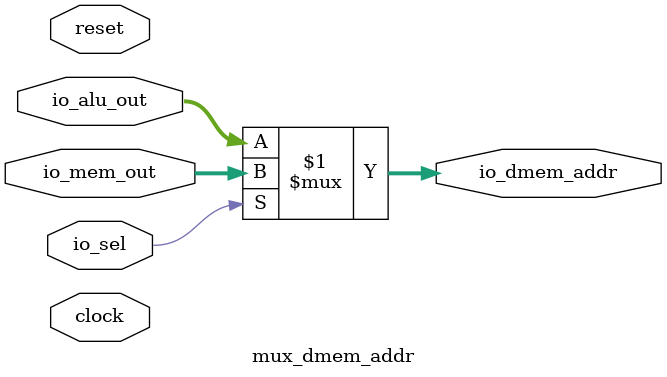
<source format=v>
module mux_dmem_addr(
  input         clock,
  input         reset,
  input  [31:0] io_alu_out,
  input  [31:0] io_mem_out,
  input         io_sel,
  output [31:0] io_dmem_addr
);
  assign io_dmem_addr = io_sel ? io_mem_out : io_alu_out; // @[mux_dmem_addr.scala 21:22]
endmodule

</source>
